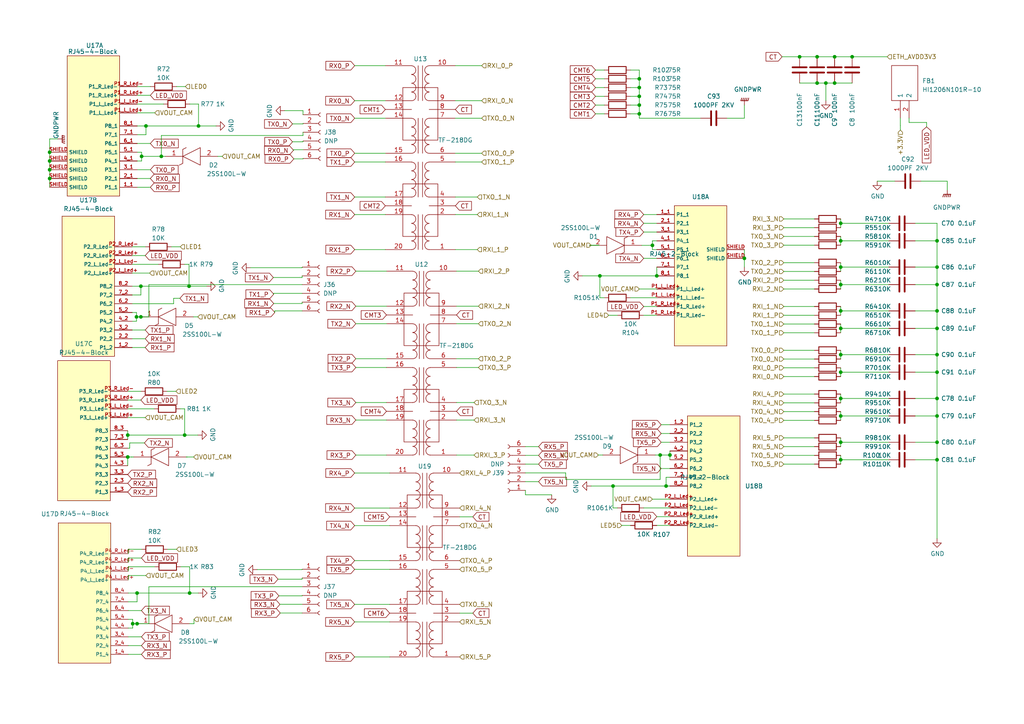
<source format=kicad_sch>
(kicad_sch (version 20231120) (generator "eeschema") (generator_version "7.99")
  (paper "A4")
  (junction (at 243.84 120.65))
  (junction (at 271.78 120.65))
  (junction (at 185.42 33.02))
  (junction (at 185.42 25.4))
  (junction (at 243.84 82.55))
  (junction (at 271.78 102.87))
  (junction (at 37.0498 132.5455))
  (junction (at 271.78 133.35))
  (junction (at 40.8598 83.0155))
  (junction (at 243.84 64.77))
  (junction (at 243.84 77.47))
  (junction (at 57.5777 36.5343))
  (junction (at 271.78 82.55))
  (junction (at 243.84 95.25))
  (junction (at 242.0768 16.4702))
  (junction (at 42.3377 36.5343))
  (junction (at 185.42 30.48))
  (junction (at 40.8598 91.9055))
  (junction (at 194.31 131.9754))
  (junction (at 54.8298 83.0155))
  (junction (at 173.99 80.01))
  (junction (at 242.0768 24.0902))
  (junction (at 243.84 128.27))
  (junction (at 243.84 102.87))
  (junction (at 271.78 107.95))
  (junction (at 39.7562 172.0096))
  (junction (at 190.5 80.01))
  (junction (at 243.84 133.35))
  (junction (at 39.5898 91.9055))
  (junction (at 236.9968 24.0902))
  (junction (at 236.9968 16.4702))
  (junction (at 243.84 107.95))
  (junction (at 247.1568 16.4702))
  (junction (at 14.3977 51.7743))
  (junction (at 177.8 140.97))
  (junction (at 38.4862 180.8996))
  (junction (at 14.3977 49.2343))
  (junction (at 41.0677 45.3524))
  (junction (at 271.78 115.57))
  (junction (at 239.5368 24.0902))
  (junction (at 243.84 90.17))
  (junction (at 271.78 90.17))
  (junction (at 271.78 95.25))
  (junction (at 243.84 115.57))
  (junction (at 46.7953 45.3524))
  (junction (at 14.3977 44.1543))
  (junction (at 53.5598 126.1955))
  (junction (at 271.78 128.27))
  (junction (at 215.9 74.93))
  (junction (at 271.78 77.47))
  (junction (at 39.7562 180.8996))
  (junction (at 14.3977 46.6943))
  (junction (at 189.23 71.1611))
  (junction (at 243.84 69.85))
  (junction (at 54.9962 172.0096))
  (junction (at 271.78 69.85))
  (junction (at 185.42 27.94))
  (junction (at 185.42 22.86))
  (junction (at 193.193 140.97))
  (junction (at 231.9168 16.4702))
  (junction (at 191.4745 131.9754))
  (junction (at 37.0498 126.1955))
  (wire (pts (xy 243.84 90.17) (xy 257.81 90.17)))
  (wire (pts (xy 54.9962 164.3896) (xy 52.4562 164.3896)))
  (wire (pts (xy 236.22 96.52) (xy 227.33 96.52)))
  (wire (pts (xy 38.4862 180.8996) (xy 39.7562 180.8996)))
  (wire (pts (xy 57.5362 172.0096) (xy 54.9962 172.0096)))
  (wire (pts (xy 182.88 152.4) (xy 180.34 152.4)))
  (wire (pts (xy 236.22 129.54) (xy 227.33 129.54)))
  (wire (pts (xy 243.84 64.77) (xy 243.84 66.04)))
  (wire (pts (xy 236.22 101.6) (xy 227.33 101.6)))
  (wire (pts (xy 186.69 91.44) (xy 190.5 91.44)))
  (wire (pts (xy 87.63 77.6486) (xy 87.63 77.47)))
  (wire (pts (xy 102.8589 165.1412) (xy 113.0189 165.1412)))
  (wire (pts (xy 40.8598 83.0155) (xy 38.3198 83.0155)))
  (wire (pts (xy 179.07 91.44) (xy 176.53 91.44)))
  (wire (pts (xy 102.8589 162.6012) (xy 113.0189 162.6012)))
  (wire (pts (xy 243.84 107.95) (xy 257.81 107.95)))
  (wire (pts (xy 138.763 104.0531) (xy 132.413 104.0531)))
  (wire (pts (xy 79.2708 80.4862) (xy 87.63 80.4862)))
  (wire (pts (xy 38.3198 79.2055) (xy 43.3998 79.2055)))
  (wire (pts (xy 243.84 127) (xy 243.84 128.27)))
  (wire (pts (xy 38.7525 132.55) (xy 38.2445 132.55)))
  (wire (pts (xy 243.84 119.38) (xy 243.84 120.65)))
  (wire (pts (xy 236.22 106.68) (xy 227.33 106.68)))
  (wire (pts (xy 43.6077 54.3143) (xy 39.7977 54.3143)))
  (wire (pts (xy 226.8368 16.4702) (xy 231.9168 16.4702)))
  (wire (pts (xy 80.639 167.9883) (xy 87.63 167.9883)))
  (wire (pts (xy 242.0768 24.0902) (xy 247.1568 24.0902)))
  (wire (pts (xy 46.7953 45.3524) (xy 46.7953 39.3006)))
  (wire (pts (xy 84.8393 41.1282) (xy 87.884 41.1282)))
  (wire (pts (xy 39.7562 172.0096) (xy 39.7562 174.5496)))
  (wire (pts (xy 236.22 121.92) (xy 227.33 121.92)))
  (wire (pts (xy 40.8598 91.9055) (xy 43.18 91.9055)))
  (wire (pts (xy 41.0677 44.1543) (xy 41.0677 45.3524)))
  (wire (pts (xy 103.203 116.7531) (xy 112.093 116.7531)))
  (wire (pts (xy 243.84 101.6) (xy 243.84 102.87)))
  (wire (pts (xy 185.42 20.32) (xy 182.88 20.32)))
  (wire (pts (xy 215.9 34.29) (xy 215.9 30.48)))
  (wire (pts (xy 243.84 115.57) (xy 243.84 116.84)))
  (wire (pts (xy 271.78 77.47) (xy 271.78 82.55)))
  (wire (pts (xy 57.5777 30.1843) (xy 55.0377 30.1843)))
  (wire (pts (xy 38.3198 76.6655) (xy 45.9398 76.6655)))
  (wire (pts (xy 54.9962 180.8996) (xy 56.2662 180.8996)))
  (wire (pts (xy 41.0262 161.8496) (xy 37.2162 161.8496)))
  (wire (pts (xy 194.31 131.9754) (xy 194.31 133.35)))
  (wire (pts (xy 265.43 133.35) (xy 271.78 133.35)))
  (wire (pts (xy 74.5789 165.1988) (xy 87.63 165.1988)))
  (wire (pts (xy 139.7 34.29) (xy 132.08 34.29)))
  (wire (pts (xy 190.5 149.86) (xy 194.31 149.86)))
  (wire (pts (xy 152.4 139.7) (xy 156.21 139.7)))
  (wire (pts (xy 16.7685 40.2947) (xy 14.3977 40.2947)))
  (wire (pts (xy 271.78 102.87) (xy 271.78 107.95)))
  (wire (pts (xy 39.7562 180.8996) (xy 43.18 180.8996)))
  (wire (pts (xy 40.8598 116.0355) (xy 37.0498 116.0355)))
  (wire (pts (xy 14.3977 46.6943) (xy 14.3977 49.2343)))
  (wire (pts (xy 37.0498 118.5755) (xy 44.6698 118.5755)))
  (wire (pts (xy 14.3977 44.1543) (xy 14.3977 46.6943)))
  (wire (pts (xy 190.5 77.47) (xy 190.5 80.01)))
  (wire (pts (xy 138.763 78.6531) (xy 132.413 78.6531)))
  (wire (pts (xy 236.22 134.62) (xy 227.33 134.62)))
  (wire (pts (xy 186.69 64.77) (xy 190.5 64.77)))
  (wire (pts (xy 87.63 80.4862) (xy 87.63 80.01)))
  (wire (pts (xy 191.77 128.27) (xy 194.31 128.27)))
  (wire (pts (xy 274.743 55.0829) (xy 274.743 52.5429)))
  (wire (pts (xy 243.84 133.35) (xy 243.84 134.62)))
  (wire (pts (xy 79.3803 88.032) (xy 87.63 88.032)))
  (wire (pts (xy 268.7468 35.5202) (xy 263.6668 35.5202)))
  (wire (pts (xy 261.1399 37.7264) (xy 261.1399 36.4112)))
  (wire (pts (xy 243.84 82.55) (xy 243.84 83.82)))
  (wire (pts (xy 236.22 93.98) (xy 227.33 93.98)))
  (wire (pts (xy 236.22 104.14) (xy 227.33 104.14)))
  (wire (pts (xy 243.84 102.87) (xy 257.81 102.87)))
  (wire (pts (xy 38.2445 132.55) (xy 38.2445 132.5455)))
  (wire (pts (xy 37.0498 126.1955) (xy 53.5598 126.1955)))
  (wire (pts (xy 271.78 69.85) (xy 271.78 77.47)))
  (wire (pts (xy 236.22 76.2) (xy 227.33 76.2)))
  (wire (pts (xy 87.884 41.1282) (xy 87.884 40.894)))
  (wire (pts (xy 42.1298 100.7955) (xy 38.3198 100.7955)))
  (wire (pts (xy 242.0768 16.4702) (xy 247.1568 16.4702)))
  (wire (pts (xy 102.87 29.21) (xy 111.76 29.21)))
  (wire (pts (xy 236.22 71.12) (xy 227.33 71.12)))
  (wire (pts (xy 39.5898 91.9055) (xy 39.5898 93.1755)))
  (wire (pts (xy 172.72 20.32) (xy 175.26 20.32)))
  (wire (pts (xy 103.203 78.6531) (xy 112.093 78.6531)))
  (wire (pts (xy 87.63 175.26) (xy 81.1973 175.26)))
  (wire (pts (xy 54.9962 164.3896) (xy 54.9962 172.0096)))
  (wire (pts (xy 54.2465 132.5455) (xy 56.1634 132.5455)))
  (wire (pts (xy 37.6211 130.0055) (xy 37.0498 130.0055)))
  (wire (pts (xy 84.8393 35.9338) (xy 87.884 35.9338)))
  (wire (pts (xy 79.7049 90.17) (xy 79.7049 90.6292)))
  (wire (pts (xy 41.0262 159.3096) (xy 37.2162 159.3096)))
  (wire (pts (xy 72.6816 77.6486) (xy 87.63 77.6486)))
  (wire (pts (xy 42.1298 74.1255) (xy 38.3198 74.1255)))
  (wire (pts (xy 85.2241 46.0821) (xy 87.884 46.0821)))
  (wire (pts (xy 236.22 127) (xy 227.33 127)))
  (wire (pts (xy 172.72 33.02) (xy 175.26 33.02)))
  (wire (pts (xy 139.7 46.99) (xy 132.08 46.99)))
  (wire (pts (xy 186.69 88.9) (xy 190.5 88.9)))
  (wire (pts (xy 46.7953 45.3524) (xy 47.9339 45.3524)))
  (wire (pts (xy 57.3698 126.1955) (xy 53.5598 126.1955)))
  (wire (pts (xy 137.1489 177.8412) (xy 133.3389 177.8412)))
  (wire (pts (xy 236.22 132.08) (xy 227.33 132.08)))
  (wire (pts (xy 231.9168 16.4702) (xy 236.9968 16.4702)))
  (wire (pts (xy 191.4745 131.9754) (xy 191.4745 139.0615)))
  (wire (pts (xy 87.63 165.1988) (xy 87.63 165.1)))
  (wire (pts (xy 271.78 133.35) (xy 271.78 128.27)))
  (wire (pts (xy 172.72 30.48) (xy 175.26 30.48)))
  (wire (pts (xy 189.23 69.85) (xy 190.5 69.85)))
  (wire (pts (xy 39.7562 174.5496) (xy 37.2162 174.5496)))
  (wire (pts (xy 271.78 120.65) (xy 271.78 115.57)))
  (wire (pts (xy 43.6077 49.2343) (xy 39.7977 49.2343)))
  (wire (pts (xy 271.78 102.87) (xy 265.43 102.87)))
  (wire (pts (xy 63.1739 45.3524) (xy 64.4439 45.3524)))
  (wire (pts (xy 87.63 85.09) (xy 79.3803 85.09)))
  (wire (pts (xy 87.63 90.17) (xy 79.7049 90.17)))
  (wire (pts (xy 102.87 62.23) (xy 111.76 62.23)))
  (wire (pts (xy 239.5368 24.0902) (xy 242.0768 24.0902)))
  (wire (pts (xy 43.18 91.9055) (xy 43.18 82.55)))
  (wire (pts (xy 271.78 120.65) (xy 265.43 120.65)))
  (wire (pts (xy 174.8078 131.9754) (xy 173.5378 131.9754)))
  (wire (pts (xy 243.84 63.5) (xy 243.84 64.77)))
  (wire (pts (xy 42.1298 98.2555) (xy 38.3198 98.2555)))
  (wire (pts (xy 138.43 62.23) (xy 132.08 62.23)))
  (wire (pts (xy 173.99 86.36) (xy 175.26 86.36)))
  (wire (pts (xy 243.84 69.85) (xy 257.81 69.85)))
  (wire (pts (xy 103.203 121.8331) (xy 112.093 121.8331)))
  (wire (pts (xy 193.193 138.43) (xy 193.193 140.97)))
  (wire (pts (xy 185.42 34.29) (xy 185.42 33.02)))
  (wire (pts (xy 137.493 131.9931) (xy 132.413 131.9931)))
  (wire (pts (xy 37.2162 161.8496) (xy 37.2162 163.1196)))
  (wire (pts (xy 42.1298 95.7155) (xy 38.3198 95.7155)))
  (wire (pts (xy 54.8298 76.6655) (xy 53.5598 76.6655)))
  (wire (pts (xy 56.2662 180.8996) (xy 56.2662 179.6296)))
  (wire (pts (xy 42.1298 71.5855) (xy 38.3198 71.5855)))
  (wire (pts (xy 39.5898 93.1755) (xy 38.3198 93.1755)))
  (wire (pts (xy 46.7953 39.3006) (xy 87.884 39.3006)))
  (wire (pts (xy 54.2465 132.55) (xy 54.2465 132.5455)))
  (wire (pts (xy 52.1843 86.523) (xy 50.3543 86.523)))
  (wire (pts (xy 43.6077 25.1043) (xy 39.7977 25.1043)))
  (wire (pts (xy 243.84 77.47) (xy 257.81 77.47)))
  (wire (pts (xy 40.8598 83.0155) (xy 40.8598 85.5555)))
  (wire (pts (xy 194.31 147.32) (xy 186.69 147.32)))
  (wire (pts (xy 271.78 64.77) (xy 265.43 64.77)))
  (wire (pts (xy 40.8598 85.5555) (xy 38.3198 85.5555)))
  (wire (pts (xy 271.78 107.95) (xy 265.43 107.95)))
  (wire (pts (xy 50.3543 88.0955) (xy 38.3198 88.0955)))
  (wire (pts (xy 243.84 81.28) (xy 243.84 82.55)))
  (wire (pts (xy 194.31 138.43) (xy 193.193 138.43)))
  (wire (pts (xy 43.18 170.18) (xy 87.63 170.18)))
  (wire (pts (xy 53.5598 118.5755) (xy 52.2898 118.5755)))
  (wire (pts (xy 49.7498 71.5855) (xy 52.2898 71.5855)))
  (wire (pts (xy 42.3377 36.5343) (xy 39.7977 36.5343)))
  (wire (pts (xy 243.84 64.77) (xy 257.81 64.77)))
  (wire (pts (xy 81.1973 175.26) (xy 81.1973 175.2901)))
  (wire (pts (xy 185.42 22.86) (xy 182.88 22.86)))
  (wire (pts (xy 102.87 46.99) (xy 111.76 46.99)))
  (wire (pts (xy 271.78 82.55) (xy 265.43 82.55)))
  (wire (pts (xy 236.22 116.84) (xy 227.33 116.84)))
  (wire (pts (xy 152.4 129.54) (xy 156.21 129.54)))
  (wire (pts (xy 38.4862 180.8996) (xy 38.4862 182.1696)))
  (wire (pts (xy 87.884 39.3006) (xy 87.884 38.354)))
  (wire (pts (xy 102.8589 147.3612) (xy 113.0189 147.3612)))
  (wire (pts (xy 236.22 78.74) (xy 227.33 78.74)))
  (wire (pts (xy 41.0677 46.6943) (xy 39.7977 46.6943)))
  (wire (pts (xy 271.78 95.25) (xy 271.78 102.87)))
  (wire (pts (xy 42.3377 39.0743) (xy 39.7977 39.0743)))
  (wire (pts (xy 271.78 90.17) (xy 265.43 90.17)))
  (wire (pts (xy 137.1489 149.9012) (xy 133.3389 149.9012)))
  (wire (pts (xy 194.31 130.81) (xy 194.31 131.9754)))
  (wire (pts (xy 194.31 144.78) (xy 189.23 144.78)))
  (wire (pts (xy 243.84 128.27) (xy 243.84 129.54)))
  (wire (pts (xy 168.91 80.01) (xy 173.99 80.01)))
  (wire (pts (xy 53.9925 132.55) (xy 54.2465 132.55)))
  (wire (pts (xy 41.888 128.4713) (xy 37.6211 128.4713)))
  (wire (pts (xy 243.84 120.65) (xy 257.81 120.65)))
  (wire (pts (xy 191.77 125.73) (xy 194.31 125.73)))
  (wire (pts (xy 271.78 156.21) (xy 271.78 133.35)))
  (wire (pts (xy 37.0498 124.9255) (xy 37.0498 126.1955)))
  (wire (pts (xy 185.42 27.94) (xy 182.88 27.94)))
  (wire (pts (xy 87.63 172.819) (xy 87.63 172.72)))
  (wire (pts (xy 87.63 167.9883) (xy 87.63 167.64)))
  (wire (pts (xy 271.78 95.25) (xy 265.43 95.25)))
  (wire (pts (xy 14.3977 51.7743) (xy 14.3977 54.3143)))
  (wire (pts (xy 39.7977 30.1843) (xy 47.4177 30.1843)))
  (wire (pts (xy 236.22 119.38) (xy 227.33 119.38)))
  (wire (pts (xy 190.5 80.01) (xy 173.99 80.01)))
  (wire (pts (xy 185.42 25.4) (xy 185.42 27.94)))
  (wire (pts (xy 257.3168 16.4702) (xy 247.1568 16.4702)))
  (wire (pts (xy 37.2162 179.6296) (xy 38.4862 179.6296)))
  (wire (pts (xy 103.203 106.5931) (xy 112.093 106.5931)))
  (wire (pts (xy 236.9968 16.4702) (xy 242.0768 16.4702)))
  (wire (pts (xy 138.763 93.8931) (xy 132.413 93.8931)))
  (wire (pts (xy 271.78 69.85) (xy 265.43 69.85)))
  (wire (pts (xy 102.8589 180.3812) (xy 113.0189 180.3812)))
  (wire (pts (xy 37.2162 166.9296) (xy 37.2162 168.1996)))
  (wire (pts (xy 37.0498 132.5455) (xy 37.0498 135.0855)))
  (wire (pts (xy 191.4745 139.0615) (xy 164.0724 139.0615)))
  (wire (pts (xy 139.7 44.45) (xy 132.08 44.45)))
  (wire (pts (xy 172.72 27.94) (xy 175.26 27.94)))
  (wire (pts (xy 243.84 132.08) (xy 243.84 133.35)))
  (wire (pts (xy 81.28 177.8) (xy 87.63 177.8)))
  (wire (pts (xy 271.78 77.47) (xy 265.43 77.47)))
  (wire (pts (xy 190.5 86.36) (xy 182.88 86.36)))
  (wire (pts (xy 152.4 132.08) (xy 156.21 132.08)))
  (wire (pts (xy 191.77 135.89) (xy 194.31 135.89)))
  (wire (pts (xy 243.84 77.47) (xy 243.84 78.74)))
  (wire (pts (xy 37.6211 128.4713) (xy 37.6211 130.0055)))
  (wire (pts (xy 243.84 120.65) (xy 243.84 121.92)))
  (wire (pts (xy 186.69 67.31) (xy 190.5 67.31)))
  (wire (pts (xy 80.8923 172.819) (xy 87.63 172.819)))
  (wire (pts (xy 50.3543 86.523) (xy 50.3543 88.0955)))
  (wire (pts (xy 137.493 116.7531) (xy 132.413 116.7531)))
  (wire (pts (xy 48.6462 159.3096) (xy 51.1862 159.3096)))
  (wire (pts (xy 185.42 20.32) (xy 185.42 22.86)))
  (wire (pts (xy 37.2162 164.3896) (xy 44.8362 164.3896)))
  (wire (pts (xy 185.42 33.02) (xy 182.88 33.02)))
  (wire (pts (xy 193.193 140.97) (xy 177.8 140.97)))
  (wire (pts (xy 177.8 147.32) (xy 177.8 140.97)))
  (wire (pts (xy 194.31 140.97) (xy 193.193 140.97)))
  (wire (pts (xy 139.7 19.05) (xy 132.08 19.05)))
  (wire (pts (xy 243.84 95.25) (xy 243.84 96.52)))
  (wire (pts (xy 185.42 30.48) (xy 185.42 27.94)))
  (wire (pts (xy 261.1399 36.4112) (xy 261.1268 36.4112)))
  (wire (pts (xy 189.23 72.39) (xy 189.23 71.1611)))
  (wire (pts (xy 39.7562 172.0096) (xy 37.2162 172.0096)))
  (wire (pts (xy 57.5777 30.1843) (xy 57.5777 36.5343)))
  (wire (pts (xy 263.6668 35.5202) (xy 263.6668 34.2502)))
  (wire (pts (xy 186.69 62.23) (xy 190.5 62.23)))
  (wire (pts (xy 43.6077 41.6143) (xy 39.7977 41.6143)))
  (wire (pts (xy 243.84 106.68) (xy 243.84 107.95)))
  (wire (pts (xy 37.2162 164.3896) (xy 37.2162 165.6596)))
  (wire (pts (xy 152.4 134.62) (xy 156.21 134.62)))
  (wire (pts (xy 39.5898 91.9055) (xy 40.8598 91.9055)))
  (wire (pts (xy 236.22 68.58) (xy 227.33 68.58)))
  (wire (pts (xy 37.2162 166.9296) (xy 42.2962 166.9296)))
  (wire (pts (xy 261.1268 36.4112) (xy 261.1268 34.2502)))
  (wire (pts (xy 271.78 64.77) (xy 271.78 69.85)))
  (wire (pts (xy 236.22 88.9) (xy 227.33 88.9)))
  (wire (pts (xy 236.22 114.3) (xy 227.33 114.3)))
  (wire (pts (xy 171.45 140.97) (xy 177.8 140.97)))
  (wire (pts (xy 271.78 115.57) (xy 265.43 115.57)))
  (wire (pts (xy 173.99 86.36) (xy 173.99 80.01)))
  (wire (pts (xy 236.22 63.5) (xy 227.33 63.5)))
  (wire (pts (xy 102.87 44.45) (xy 111.76 44.45)))
  (wire (pts (xy 48.4798 113.4955) (xy 51.0198 113.4955)))
  (wire (pts (xy 102.8589 175.3012) (xy 113.0189 175.3012)))
  (wire (pts (xy 189.23 69.85) (xy 189.23 71.1611)))
  (wire (pts (xy 56.0998 91.9055) (xy 57.3698 91.9055)))
  (wire (pts (xy 38.4862 179.6296) (xy 38.4862 180.8996)))
  (wire (pts (xy 138.763 106.5931) (xy 132.413 106.5931)))
  (wire (pts (xy 57.5777 36.5343) (xy 42.3377 36.5343)))
  (wire (pts (xy 243.84 102.87) (xy 243.84 104.14)))
  (wire (pts (xy 236.22 66.04) (xy 227.33 66.04)))
  (wire (pts (xy 37.0498 132.5455) (xy 38.2445 132.5455)))
  (wire (pts (xy 54.8298 83.0155) (xy 59.9098 83.0155)))
  (wire (pts (xy 103.203 131.9931) (xy 112.093 131.9931)))
  (wire (pts (xy 82.5788 32.0861) (xy 87.884 32.0861)))
  (wire (pts (xy 139.7 29.21) (xy 132.08 29.21)))
  (wire (pts (xy 170.9011 71.1611) (xy 173.736 71.1611)))
  (wire (pts (xy 87.63 88.032) (xy 87.63 87.63)))
  (wire (pts (xy 102.87 34.29) (xy 111.76 34.29)))
  (wire (pts (xy 190.0478 131.9754) (xy 191.4745 131.9754)))
  (wire (pts (xy 236.22 109.22) (xy 227.33 109.22)))
  (wire (pts (xy 172.72 22.86) (xy 175.26 22.86)))
  (wire (pts (xy 186.69 74.93) (xy 190.5 74.93)))
  (wire (pts (xy 271.78 90.17) (xy 271.78 95.25)))
  (wire (pts (xy 37.2162 159.3096) (xy 37.2162 160.5796)))
  (wire (pts (xy 41.0677 45.3524) (xy 41.0677 46.6943)))
  (wire (pts (xy 236.22 81.28) (xy 227.33 81.28)))
  (wire (pts (xy 137.493 121.8331) (xy 132.413 121.8331)))
  (wire (pts (xy 271.78 115.57) (xy 271.78 107.95)))
  (wire (pts (xy 185.42 25.4) (xy 182.88 25.4)))
  (wire (pts (xy 236.9968 24.0902) (xy 231.9168 24.0902)))
  (wire (pts (xy 173.736 71.12) (xy 171.45 71.12)))
  (wire (pts (xy 43.6077 27.6443) (xy 39.7977 27.6443)))
  (wire (pts (xy 40.8598 83.0155) (xy 54.8298 83.0155)))
  (wire (pts (xy 38.3198 90.6355) (xy 39.5898 90.6355)))
  (wire (pts (xy 185.42 34.29) (xy 203.2 34.29)))
  (wire (pts (xy 190.5 83.82) (xy 185.42 83.82)))
  (wire (pts (xy 51.2277 25.1043) (xy 53.7677 25.1043)))
  (wire (pts (xy 215.9 72.39) (xy 215.9 74.93)))
  (wire (pts (xy 215.9 74.93) (xy 215.9 77.47)))
  (wire (pts (xy 190.5 152.4) (xy 194.31 152.4)))
  (wire (pts (xy 185.42 22.86) (xy 185.42 25.4)))
  (wire (pts (xy 102.8589 152.4412) (xy 113.0189 152.4412)))
  (wire (pts (xy 243.84 115.57) (xy 257.81 115.57)))
  (wire (pts (xy 236.22 83.82) (xy 227.33 83.82)))
  (wire (pts (xy 243.84 128.27) (xy 257.81 128.27)))
  (wire (pts (xy 138.43 72.39) (xy 132.08 72.39)))
  (wire (pts (xy 243.84 114.3) (xy 243.84 115.57)))
  (wire (pts (xy 160.02 143.51) (xy 152.4 143.51)))
  (wire (pts (xy 103.203 93.8931) (xy 112.093 93.8931)))
  (wire (pts (xy 39.7977 44.1543) (xy 41.0677 44.1543)))
  (wire (pts (xy 243.84 90.17) (xy 243.84 91.44)))
  (wire (pts (xy 87.884 35.9338) (xy 87.884 35.814)))
  (wire (pts (xy 243.84 88.9) (xy 243.84 90.17)))
  (wire (pts (xy 102.8589 137.2012) (xy 113.0189 137.2012)))
  (wire (pts (xy 243.84 133.35) (xy 257.81 133.35)))
  (wire (pts (xy 243.84 68.58) (xy 243.84 69.85)))
  (wire (pts (xy 37.0498 121.1155) (xy 42.1298 121.1155)))
  (wire (pts (xy 164.0724 137.16) (xy 152.4 137.16)))
  (wire (pts (xy 243.84 69.85) (xy 243.84 71.12)))
  (wire (pts (xy 186.1411 71.1611) (xy 189.23 71.1611)))
  (wire (pts (xy 102.87 57.15) (xy 111.76 57.15)))
  (wire (pts (xy 43.18 82.55) (xy 87.63 82.55)))
  (wire (pts (xy 14.3977 40.2947) (xy 14.3977 44.1543)))
  (wire (pts (xy 41.0262 177.0896) (xy 37.2162 177.0896)))
  (wire (pts (xy 39.7562 172.0096) (xy 54.9962 172.0096)))
  (wire (pts (xy 243.84 93.98) (xy 243.84 95.25)))
  (wire (pts (xy 164.0724 139.0615) (xy 164.0724 137.16)))
  (wire (pts (xy 215.9 34.29) (xy 210.82 34.29)))
  (wire (pts (xy 79.3803 85.09) (xy 79.3803 85.3266)))
  (wire (pts (xy 152.4 143.51) (xy 152.4 142.24)))
  (wire (pts (xy 87.884 43.434) (xy 85.1279 43.434)))
  (wire (pts (xy 173.736 71.1611) (xy 173.736 71.12)))
  (wire (pts (xy 243.84 82.55) (xy 257.81 82.55)))
  (wire (pts (xy 243.84 95.25) (xy 257.81 95.25)))
  (wire (pts (xy 243.84 76.2) (xy 243.84 77.47)))
  (wire (pts (xy 38.4862 182.1696) (xy 37.2162 182.1696)))
  (wire (pts (xy 102.87 72.39) (xy 111.76 72.39)))
  (wire (pts (xy 236.9968 24.0902) (xy 239.5368 24.0902)))
  (wire (pts (xy 265.43 128.27) (xy 271.78 128.27)))
  (wire (pts (xy 41.0262 189.7896) (xy 37.2162 189.7896)))
  (wire (pts (xy 236.22 91.44) (xy 227.33 91.44)))
  (wire (pts (xy 102.8589 190.5412) (xy 113.0189 190.5412)))
  (wire (pts (xy 39.5898 90.6355) (xy 39.5898 91.9055)))
  (wire (pts (xy 37.0498 126.1955) (xy 37.0498 127.4655)))
  (wire (pts (xy 138.763 88.8131) (xy 132.413 88.8131)))
  (wire (pts (xy 40.8598 113.4955) (xy 37.0498 113.4955)))
  (wire (pts (xy 14.3977 49.2343) (xy 14.3977 51.7743)))
  (wire (pts (xy 177.8 147.32) (xy 179.07 147.32)))
  (wire (pts (xy 185.42 30.48) (xy 182.88 30.48)))
  (wire (pts (xy 190.5 72.39) (xy 189.23 72.39)))
  (wire (pts (xy 243.84 107.95) (xy 243.84 109.22)))
  (wire (pts (xy 103.203 104.0531) (xy 112.093 104.0531)))
  (wire (pts (xy 172.72 25.4) (xy 175.26 25.4)))
  (wire (pts (xy 268.7468 36.7902) (xy 268.7468 35.5202)))
  (wire (pts (xy 41.0262 184.7096) (xy 37.2162 184.7096)))
  (wire (pts (xy 42.3377 36.5343) (xy 42.3377 39.0743)))
  (wire (pts (xy 54.8298 76.6655) (xy 54.8298 83.0155)))
  (wire (pts (xy 274.743 52.5429) (xy 267.123 52.5429)))
  (wire (pts (xy 191.4745 131.9754) (xy 194.31 131.9754)))
  (wire (pts (xy 87.884 32.0861) (xy 87.884 33.274)))
  (wire (pts (xy 102.87 19.05) (xy 111.76 19.05)))
  (wire (pts (xy 271.78 128.27) (xy 271.78 120.65)))
  (wire (pts (xy 85.1279 43.434) (xy 85.1279 43.5811)))
  (wire (pts (xy 41.0262 187.2496) (xy 37.2162 187.2496)))
  (wire (pts (xy 87.884 46.0821) (xy 87.884 45.974)))
  (wire (pts (xy 103.203 88.8131) (xy 112.093 88.8131)))
  (wire (pts (xy 41.0677 45.3524) (xy 46.7953 45.3524)))
  (wire (pts (xy 254.423 52.5429) (xy 259.503 52.5429)))
  (wire (pts (xy 43.6077 51.7743) (xy 39.7977 51.7743)))
  (wire (pts (xy 239.5368 29.1702) (xy 239.5368 24.0902)))
  (wire (pts (xy 271.78 82.55) (xy 271.78 90.17)))
  (wire (pts (xy 43.18 180.8996) (xy 43.18 170.18)))
  (wire (pts (xy 191.77 123.19) (xy 194.31 123.19)))
  (wire (pts (xy 39.7977 32.7243) (xy 44.8777 32.7243)))
  (wire (pts (xy 62.6577 36.5343) (xy 57.5777 36.5343)))
  (wire (pts (xy 138.43 57.15) (xy 132.08 57.15)))
  (wire (pts (xy 185.42 30.48) (xy 185.42 33.02)))
  (wire (pts (xy 53.5598 118.5755) (xy 53.5598 126.1955)))
  (global_label "RX2_P" (shape input) (at 37.0498 142.7055 0) (property "Intersheetrefs" "${INTERSHEET_REFS}" (effects (hide yes))))
  (global_label "LED_VDD" (shape input) (at 190.5 149.86 180) (property "Intersheetrefs" "${INTERSHEET_REFS}" (effects (hide yes))))
  (global_label "TX2_N" (shape input) (at 103.203 93.8931 180) (property "Intersheetrefs" "${INTERSHEET_REFS}" (effects (hide yes))))
  (global_label "RX5_N" (shape input) (at 191.77 125.73 180) (property "Intersheetrefs" "${INTERSHEET_REFS}" (effects (hide yes))))
  (global_label "LED_VDD" (shape input) (at 43.6077 27.6443 0) (property "Intersheetrefs" "${INTERSHEET_REFS}" (effects (hide yes))))
  (global_label "RX4_N" (shape input) (at 186.69 64.77 180) (property "Intersheetrefs" "${INTERSHEET_REFS}" (effects (hide yes))))
  (global_label "RX3_P" (shape input) (at 81.28 177.8 180) (property "Intersheetrefs" "${INTERSHEET_REFS}" (effects (hide yes))))
  (global_label "TX3_N" (shape input) (at 41.0262 177.0896 0) (property "Intersheetrefs" "${INTERSHEET_REFS}" (effects (hide yes))))
  (global_label "TX1_P" (shape input) (at 79.3803 85.3266 180) (property "Intersheetrefs" "${INTERSHEET_REFS}" (effects (hide yes))))
  (global_label "CMT5" (shape input) (at 113.0189 149.9012 180) (property "Intersheetrefs" "${INTERSHEET_REFS}" (effects (hide yes))))
  (global_label "CT" (shape input) (at 137.1489 177.8412 0) (property "Intersheetrefs" "${INTERSHEET_REFS}" (effects (hide yes))))
  (global_label "RX5_N" (shape input) (at 102.8589 180.3812 180) (property "Intersheetrefs" "${INTERSHEET_REFS}" (effects (hide yes))))
  (global_label "TX0_N" (shape input) (at 43.6077 41.6143 0) (property "Intersheetrefs" "${INTERSHEET_REFS}" (effects (hide yes))))
  (global_label "CMT5" (shape input) (at 172.72 22.86 180) (property "Intersheetrefs" "${INTERSHEET_REFS}" (effects (hide yes))))
  (global_label "TX5_N" (shape input) (at 191.77 135.89 180) (property "Intersheetrefs" "${INTERSHEET_REFS}" (effects (hide yes))))
  (global_label "CT" (shape input) (at 132.08 59.69 0) (property "Intersheetrefs" "${INTERSHEET_REFS}" (effects (hide yes))))
  (global_label "TX5_P" (shape input) (at 156.21 134.62 0) (property "Intersheetrefs" "${INTERSHEET_REFS}" (effects (hide yes))))
  (global_label "RX0_N" (shape input) (at 102.87 29.21 180) (property "Intersheetrefs" "${INTERSHEET_REFS}" (effects (hide yes))))
  (global_label "TX1_N" (shape input) (at 52.1843 86.523 0) (property "Intersheetrefs" "${INTERSHEET_REFS}" (effects (hide yes))))
  (global_label "CMT3" (shape input) (at 112.093 91.3531 180) (property "Intersheetrefs" "${INTERSHEET_REFS}" (effects (hide yes))))
  (global_label "RX3_N" (shape input) (at 81.1973 175.2901 180) (property "Intersheetrefs" "${INTERSHEET_REFS}" (effects (hide yes))))
  (global_label "TX0_P" (shape input) (at 84.8393 41.1282 180) (property "Intersheetrefs" "${INTERSHEET_REFS}" (effects (hide yes))))
  (global_label "LED_VDD" (shape input) (at 42.1298 74.1255 0) (property "Intersheetrefs" "${INTERSHEET_REFS}" (effects (hide yes))))
  (global_label "TX1_P" (shape input) (at 42.1298 95.7155 0) (property "Intersheetrefs" "${INTERSHEET_REFS}" (effects (hide yes))))
  (global_label "RX5_N" (shape input) (at 156.21 132.08 0) (property "Intersheetrefs" "${INTERSHEET_REFS}" (effects (hide yes))))
  (global_label "TX3_P" (shape input) (at 80.8923 172.819 180) (property "Intersheetrefs" "${INTERSHEET_REFS}" (effects (hide yes))))
  (global_label "LED_VDD" (shape input) (at 268.7468 36.7902 270) (property "Intersheetrefs" "${INTERSHEET_REFS}" (effects (hide yes))))
  (global_label "RX2_N" (shape input) (at 103.203 88.8131 180) (property "Intersheetrefs" "${INTERSHEET_REFS}" (effects (hide yes))))
  (global_label "TX5_P" (shape input) (at 191.77 128.27 180) (property "Intersheetrefs" "${INTERSHEET_REFS}" (effects (hide yes))))
  (global_label "TX5_N" (shape input) (at 102.8589 175.3012 180) (property "Intersheetrefs" "${INTERSHEET_REFS}" (effects (hide yes))))
  (global_label "CT" (shape input) (at 137.1489 149.9012 0) (property "Intersheetrefs" "${INTERSHEET_REFS}" (effects (hide yes))))
  (global_label "TX3_N" (shape input) (at 80.639 167.9883 180) (property "Intersheetrefs" "${INTERSHEET_REFS}" (effects (hide yes))))
  (global_label "RX4_P" (shape input) (at 102.8589 137.2012 180) (property "Intersheetrefs" "${INTERSHEET_REFS}" (effects (hide yes))))
  (global_label "RX2_N" (shape input) (at 37.0498 140.1655 0) (property "Intersheetrefs" "${INTERSHEET_REFS}" (effects (hide yes))))
  (global_label "TX0_P" (shape input) (at 102.87 44.45 180) (property "Intersheetrefs" "${INTERSHEET_REFS}" (effects (hide yes))))
  (global_label "RX0_N" (shape input) (at 85.1279 43.5811 180) (property "Intersheetrefs" "${INTERSHEET_REFS}" (effects (hide yes))))
  (global_label "LED_VDD" (shape input) (at 186.69 88.9 180) (property "Intersheetrefs" "${INTERSHEET_REFS}" (effects (hide yes))))
  (global_label "TX5_P" (shape input) (at 102.8589 165.1412 180) (property "Intersheetrefs" "${INTERSHEET_REFS}" (effects (hide yes))))
  (global_label "RX0_P" (shape input) (at 85.2241 46.0821 180) (property "Intersheetrefs" "${INTERSHEET_REFS}" (effects (hide yes))))
  (global_label "RX3_N" (shape input) (at 103.203 121.8331 180) (property "Intersheetrefs" "${INTERSHEET_REFS}" (effects (hide yes))))
  (global_label "LED_VDD" (shape input) (at 41.0262 161.8496 0) (property "Intersheetrefs" "${INTERSHEET_REFS}" (effects (hide yes))))
  (global_label "CT" (shape input) (at 132.413 91.3531 0) (property "Intersheetrefs" "${INTERSHEET_REFS}" (effects (hide yes))))
  (global_label "TX4_N" (shape input) (at 102.8589 152.4412 180) (property "Intersheetrefs" "${INTERSHEET_REFS}" (effects (hide yes))))
  (global_label "TX4_P" (shape input) (at 186.69 67.31 180) (property "Intersheetrefs" "${INTERSHEET_REFS}" (effects (hide yes))))
  (global_label "RX2_P" (shape input) (at 103.203 78.6531 180) (property "Intersheetrefs" "${INTERSHEET_REFS}" (effects (hide yes))))
  (global_label "TX2_P" (shape input) (at 103.203 104.0531 180) (property "Intersheetrefs" "${INTERSHEET_REFS}" (effects (hide yes))))
  (global_label "TX1_P" (shape input) (at 102.87 46.99 180) (property "Intersheetrefs" "${INTERSHEET_REFS}" (effects (hide yes))))
  (global_label "RX0_N" (shape input) (at 43.6077 51.7743 0) (property "Intersheetrefs" "${INTERSHEET_REFS}" (effects (hide yes))))
  (global_label "TX2_P" (shape input) (at 37.0498 137.6255 0) (property "Intersheetrefs" "${INTERSHEET_REFS}" (effects (hide yes))))
  (global_label "RX4_P" (shape input) (at 186.69 62.23 180) (property "Intersheetrefs" "${INTERSHEET_REFS}" (effects (hide yes))))
  (global_label "RX3_P" (shape input) (at 41.0262 189.7896 0) (property "Intersheetrefs" "${INTERSHEET_REFS}" (effects (hide yes))))
  (global_label "CT" (shape input) (at 132.08 31.75 0) (property "Intersheetrefs" "${INTERSHEET_REFS}" (effects (hide yes))))
  (global_label "CT" (shape input) (at 132.413 119.2931 0) (property "Intersheetrefs" "${INTERSHEET_REFS}" (effects (hide yes))))
  (global_label "TX0_N" (shape input) (at 84.8393 35.9338 180) (property "Intersheetrefs" "${INTERSHEET_REFS}" (effects (hide yes))))
  (global_label "RX1_N" (shape input) (at 42.1298 98.2555 0) (property "Intersheetrefs" "${INTERSHEET_REFS}" (effects (hide yes))))
  (global_label "TX3_N" (shape input) (at 103.203 116.7531 180) (property "Intersheetrefs" "${INTERSHEET_REFS}" (effects (hide yes))))
  (global_label "TX3_P" (shape input) (at 103.203 106.5931 180) (property "Intersheetrefs" "${INTERSHEET_REFS}" (effects (hide yes))))
  (global_label "TX1_N" (shape input) (at 102.87 57.15 180) (property "Intersheetrefs" "${INTERSHEET_REFS}" (effects (hide yes))))
  (global_label "TX0_N" (shape input) (at 102.87 34.29 180) (property "Intersheetrefs" "${INTERSHEET_REFS}" (effects (hide yes))))
  (global_label "CMT4" (shape input) (at 112.093 119.2931 180) (property "Intersheetrefs" "${INTERSHEET_REFS}" (effects (hide yes))))
  (global_label "TX0_P" (shape input) (at 43.6077 49.2343 0) (property "Intersheetrefs" "${INTERSHEET_REFS}" (effects (hide yes))))
  (global_label "CMT6" (shape input) (at 113.0189 177.8412 180) (property "Intersheetrefs" "${INTERSHEET_REFS}" (effects (hide yes))))
  (global_label "LED_VDD" (shape input) (at 40.8598 116.0355 0) (property "Intersheetrefs" "${INTERSHEET_REFS}" (effects (hide yes))))
  (global_label "RX5_P" (shape input) (at 156.21 129.54 0) (property "Intersheetrefs" "${INTERSHEET_REFS}" (effects (hide yes))))
  (global_label "RX5_P" (shape input) (at 102.8589 190.5412 180) (property "Intersheetrefs" "${INTERSHEET_REFS}" (effects (hide yes))))
  (global_label "TX2_N" (shape input) (at 41.888 128.4713 0) (property "Intersheetrefs" "${INTERSHEET_REFS}" (effects (hide yes))))
  (global_label "RX1_P" (shape input) (at 79.7049 90.6292 180) (property "Intersheetrefs" "${INTERSHEET_REFS}" (effects (hide yes))))
  (global_label "RX3_N" (shape input) (at 41.0262 187.2496 0) (property "Intersheetrefs" "${INTERSHEET_REFS}" (effects (hide yes))))
  (global_label "TX1_N" (shape input) (at 79.2708 80.4862 180) (property "Intersheetrefs" "${INTERSHEET_REFS}" (effects (hide yes))))
  (global_label "RX3_P" (shape input) (at 103.203 131.9931 180) (property "Intersheetrefs" "${INTERSHEET_REFS}" (effects (hide yes))))
  (global_label "RX0_P" (shape input) (at 102.87 19.05 180) (property "Intersheetrefs" "${INTERSHEET_REFS}" (effects (hide yes))))
  (global_label "RX1_N" (shape input) (at 79.3803 88.032 180) (property "Intersheetrefs" "${INTERSHEET_REFS}" (effects (hide yes))))
  (global_label "TX5_N" (shape input) (at 156.21 139.7 0) (property "Intersheetrefs" "${INTERSHEET_REFS}" (effects (hide yes))))
  (global_label "CT" (shape input) (at 226.8368 16.4702 180) (property "Intersheetrefs" "${INTERSHEET_REFS}" (effects (hide yes))))
  (global_label "CMT2" (shape input) (at 111.76 59.69 180) (property "Intersheetrefs" "${INTERSHEET_REFS}" (effects (hide yes))))
  (global_label "CMT1" (shape input) (at 172.72 33.02 180) (property "Intersheetrefs" "${INTERSHEET_REFS}" (effects (hide yes))))
  (global_label "RX4_N" (shape input) (at 102.8589 147.3612 180) (property "Intersheetrefs" "${INTERSHEET_REFS}" (effects (hide yes))))
  (global_label "TX4_P" (shape input) (at 102.8589 162.6012 180) (property "Intersheetrefs" "${INTERSHEET_REFS}" (effects (hide yes))))
  (global_label "CMT1" (shape input) (at 111.76 31.75 180) (property "Intersheetrefs" "${INTERSHEET_REFS}" (effects (hide yes))))
  (global_label "TX4_N" (shape input) (at 186.69 74.93 180) (property "Intersheetrefs" "${INTERSHEET_REFS}" (effects (hide yes))))
  (global_label "CMT3" (shape input) (at 172.72 27.94 180) (property "Intersheetrefs" "${INTERSHEET_REFS}" (effects (hide yes))))
  (global_label "RX1_P" (shape input) (at 42.1298 100.7955 0) (property "Intersheetrefs" "${INTERSHEET_REFS}" (effects (hide yes))))
  (global_label "CMT2" (shape input) (at 172.72 30.48 180) (property "Intersheetrefs" "${INTERSHEET_REFS}" (effects (hide yes))))
  (global_label "RX0_P" (shape input) (at 43.6077 54.3143 0) (property "Intersheetrefs" "${INTERSHEET_REFS}" (effects (hide yes))))
  (global_label "TX3_P" (shape input) (at 41.0262 184.7096 0) (property "Intersheetrefs" "${INTERSHEET_REFS}" (effects (hide yes))))
  (global_label "RX5_P" (shape input) (at 191.77 123.19 180) (property "Intersheetrefs" "${INTERSHEET_REFS}" (effects (hide yes))))
  (global_label "CMT6" (shape input) (at 172.72 20.32 180) (property "Intersheetrefs" "${INTERSHEET_REFS}" (effects (hide yes))))
  (global_label "RX1_P" (shape input) (at 102.87 72.39 180) (property "Intersheetrefs" "${INTERSHEET_REFS}" (effects (hide yes))))
  (global_label "CMT4" (shape input) (at 172.72 25.4 180) (property "Intersheetrefs" "${INTERSHEET_REFS}" (effects (hide yes))))
  (global_label "RX1_N" (shape input) (at 102.87 62.23 180) (property "Intersheetrefs" "${INTERSHEET_REFS}" (effects (hide yes))))
  (hierarchical_label "TXO_3_N" (shape input) (at 137.493 116.7531 0) (property "Intersheetrefs" "${INTERSHEET_REFS}" (effects (hide yes))))
  (hierarchical_label "VOUT_CAM" (shape input) (at 44.8777 32.7243 0))
  (hierarchical_label "RXI_4_N" (shape input) (at 133.3389 147.3612 0) (property "Intersheetrefs" "${INTERSHEET_REFS}" (effects (hide yes))))
  (hierarchical_label "LED3" (shape input) (at 51.1862 159.3096 0))
  (hierarchical_label "ETH_AVDD3V3" (shape input) (at 257.3168 16.4702 0))
  (hierarchical_label "TXO_4_P" (shape input) (at 227.33 121.92 180) (property "Intersheetrefs" "${INTERSHEET_REFS}" (effects (hide yes))))
  (hierarchical_label "VOUT_CAM" (shape input) (at 56.1634 132.5455 0))
  (hierarchical_label "TXO_5_P" (shape input) (at 133.3389 165.1412 0) (property "Intersheetrefs" "${INTERSHEET_REFS}" (effects (hide yes))))
  (hierarchical_label "RXI_0_N" (shape input) (at 139.7 29.21 0) (property "Intersheetrefs" "${INTERSHEET_REFS}" (effects (hide yes))))
  (hierarchical_label "TXO_0_N" (shape input) (at 227.33 104.14 180) (property "Intersheetrefs" "${INTERSHEET_REFS}" (effects (hide yes))))
  (hierarchical_label "VOUT_CAM" (shape input) (at 173.5378 131.9754 180))
  (hierarchical_label "TXO_5_N" (shape input) (at 227.33 132.08 180) (property "Intersheetrefs" "${INTERSHEET_REFS}" (effects (hide yes))))
  (hierarchical_label "RXI_3_P" (shape input) (at 137.493 131.9931 0) (property "Intersheetrefs" "${INTERSHEET_REFS}" (effects (hide yes))))
  (hierarchical_label "VOUT_CAM" (shape input) (at 171.45 71.12 180))
  (hierarchical_label "TXO_2_N" (shape input) (at 138.763 93.8931 0) (property "Intersheetrefs" "${INTERSHEET_REFS}" (effects (hide yes))))
  (hierarchical_label "VOUT_CAM" (shape input) (at 57.3698 91.9055 0))
  (hierarchical_label "RXI_0_P" (shape input) (at 139.7 19.05 0) (property "Intersheetrefs" "${INTERSHEET_REFS}" (effects (hide yes))))
  (hierarchical_label "TXO_4_N" (shape input) (at 227.33 119.38 180) (property "Intersheetrefs" "${INTERSHEET_REFS}" (effects (hide yes))))
  (hierarchical_label "RXI_1_P" (shape input) (at 227.33 91.44 180) (property "Intersheetrefs" "${INTERSHEET_REFS}" (effects (hide yes))))
  (hierarchical_label "RXI_2_N" (shape input) (at 138.763 88.8131 0) (property "Intersheetrefs" "${INTERSHEET_REFS}" (effects (hide yes))))
  (hierarchical_label "RXI_2_P" (shape input) (at 227.33 81.28 180) (property "Intersheetrefs" "${INTERSHEET_REFS}" (effects (hide yes))))
  (hierarchical_label "TXO_2_P" (shape input) (at 227.33 76.2 180) (property "Intersheetrefs" "${INTERSHEET_REFS}" (effects (hide yes))))
  (hierarchical_label "TXO_4_P" (shape input) (at 133.3389 162.6012 0) (property "Intersheetrefs" "${INTERSHEET_REFS}" (effects (hide yes))))
  (hierarchical_label "VOUT_CAM" (shape input) (at 42.2962 166.9296 0))
  (hierarchical_label "VOUT_CAM" (shape input) (at 64.4439 45.3524 0))
  (hierarchical_label "TXO_1_N" (shape input) (at 227.33 93.98 180) (property "Intersheetrefs" "${INTERSHEET_REFS}" (effects (hide yes))))
  (hierarchical_label "RXI_4_P" (shape input) (at 227.33 114.3 180) (property "Intersheetrefs" "${INTERSHEET_REFS}" (effects (hide yes))))
  (hierarchical_label "LED1" (shape input) (at 52.2898 71.5855 0))
  (hierarchical_label "TXO_5_P" (shape input) (at 227.33 134.62 180) (property "Intersheetrefs" "${INTERSHEET_REFS}" (effects (hide yes))))
  (hierarchical_label "LED2" (shape input) (at 51.0198 113.4955 0))
  (hierarchical_label "VOUT_CAM" (shape input) (at 43.3998 79.2055 0))
  (hierarchical_label "TXO_0_P" (shape input) (at 139.7 44.45 0) (property "Intersheetrefs" "${INTERSHEET_REFS}" (effects (hide yes))))
  (hierarchical_label "RXI_4_N" (shape input) (at 227.33 116.84 180) (property "Intersheetrefs" "${INTERSHEET_REFS}" (effects (hide yes))))
  (hierarchical_label "TXO_1_P" (shape input) (at 139.7 46.99 0) (property "Intersheetrefs" "${INTERSHEET_REFS}" (effects (hide yes))))
  (hierarchical_label "TXO_2_N" (shape input) (at 227.33 78.74 180) (property "Intersheetrefs" "${INTERSHEET_REFS}" (effects (hide yes))))
  (hierarchical_label "TXO_3_P" (shape input) (at 227.33 71.12 180) (property "Intersheetrefs" "${INTERSHEET_REFS}" (effects (hide yes))))
  (hierarchical_label "VOUT_CAM" (shape input) (at 185.42 83.82 180))
  (hierarchical_label "LED5" (shape input) (at 180.34 152.4 180))
  (hierarchical_label "TXO_1_N" (shape input) (at 138.43 57.15 0) (property "Intersheetrefs" "${INTERSHEET_REFS}" (effects (hide yes))))
  (hierarchical_label "RXI_5_N" (shape input) (at 133.3389 180.3812 0) (property "Intersheetrefs" "${INTERSHEET_REFS}" (effects (hide yes))))
  (hierarchical_label "TXO_3_N" (shape input) (at 227.33 68.58 180) (property "Intersheetrefs" "${INTERSHEET_REFS}" (effects (hide yes))))
  (hierarchical_label "TXO_5_N" (shape input) (at 133.3389 175.3012 0) (property "Intersheetrefs" "${INTERSHEET_REFS}" (effects (hide yes))))
  (hierarchical_label "TXO_4_N" (shape input) (at 133.3389 152.4412 0) (property "Intersheetrefs" "${INTERSHEET_REFS}" (effects (hide yes))))
  (hierarchical_label "RXI_0_P" (shape input) (at 227.33 106.68 180) (property "Intersheetrefs" "${INTERSHEET_REFS}" (effects (hide yes))))
  (hierarchical_label "RXI_0_N" (shape input) (at 227.33 109.22 180) (property "Intersheetrefs" "${INTERSHEET_REFS}" (effects (hide yes))))
  (hierarchical_label "RXI_1_N" (shape input) (at 138.43 62.23 0) (property "Intersheetrefs" "${INTERSHEET_REFS}" (effects (hide yes))))
  (hierarchical_label "RXI_5_N" (shape input) (at 227.33 129.54 180) (property "Intersheetrefs" "${INTERSHEET_REFS}" (effects (hide yes))))
  (hierarchical_label "RXI_3_N" (shape input) (at 227.33 63.5 180) (property "Intersheetrefs" "${INTERSHEET_REFS}" (effects (hide yes))))
  (hierarchical_label "TXO_0_P" (shape input) (at 227.33 101.6 180) (property "Intersheetrefs" "${INTERSHEET_REFS}" (effects (hide yes))))
  (hierarchical_label "TXO_0_N" (shape input) (at 139.7 34.29 0) (property "Intersheetrefs" "${INTERSHEET_REFS}" (effects (hide yes))))
  (hierarchical_label "RXI_5_P" (shape input) (at 133.3389 190.5412 0) (property "Intersheetrefs" "${INTERSHEET_REFS}" (effects (hide yes))))
  (hierarchical_label "LED4" (shape input) (at 176.53 91.44 180))
  (hierarchical_label "RXI_3_N" (shape input) (at 137.493 121.8331 0) (property "Intersheetrefs" "${INTERSHEET_REFS}" (effects (hide yes))))
  (hierarchical_label "VOUT_CAM" (shape input) (at 42.1298 121.1155 0))
  (hierarchical_label "RXI_4_P" (shape input) (at 133.3389 137.2012 0) (property "Intersheetrefs" "${INTERSHEET_REFS}" (effects (hide yes))))
  (hierarchical_label "RXI_2_P" (shape input) (at 138.763 78.6531 0) (property "Intersheetrefs" "${INTERSHEET_REFS}" (effects (hide yes))))
  (hierarchical_label "RXI_5_P" (shape input) (at 227.33 127 180) (property "Intersheetrefs" "${INTERSHEET_REFS}" (effects (hide yes))))
  (hierarchical_label "VOUT_CAM" (shape input) (at 56.2662 179.6296 0))
  (hierarchical_label "TXO_3_P" (shape input) (at 138.763 106.5931 0) (property "Intersheetrefs" "${INTERSHEET_REFS}" (effects (hide yes))))
  (hierarchical_label "LED0" (shape input) (at 53.7677 25.1043 0))
  (hierarchical_label "+3.3V" (shape input) (at 261.1399 37.7264 270))
  (hierarchical_label "TXO_1_P" (shape input) (at 227.33 96.52 180) (property "Intersheetrefs" "${INTERSHEET_REFS}" (effects (hide yes))))
  (hierarchical_label "RXI_1_N" (shape input) (at 227.33 88.9 180) (property "Intersheetrefs" "${INTERSHEET_REFS}" (effects (hide yes))))
  (hierarchical_label "TXO_2_P" (shape input) (at 138.763 104.0531 0) (property "Intersheetrefs" "${INTERSHEET_REFS}" (effects (hide yes))))
  (hierarchical_label "VOUT_CAM" (shape input) (at 189.23 144.78 180))
  (hierarchical_label "RXI_2_N" (shape input) (at 227.33 83.82 180) (property "Intersheetrefs" "${INTERSHEET_REFS}" (effects (hide yes))))
  (hierarchical_label "RXI_1_P" (shape input) (at 138.43 72.39 0) (property "Intersheetrefs" "${INTERSHEET_REFS}" (effects (hide yes))))
  (hierarchical_label "RXI_3_P" (shape input) (at 227.33 66.04 180) (property "Intersheetrefs" "${INTERSHEET_REFS}" (effects (hide yes))))
  (symbol (lib_id "Device:R") (at 240.03 101.6 270) (unit 1)
    (property "Reference" "R68" (at 252.73 101.6 90))
    (property "Value" "10K" (at 256.54 101.6 90))
    (property "Footprint" "Resistor_SMD:R_0603_1608Metric" (effects (hide yes)))
  )
  (symbol (lib_id "Device:R") (at 179.07 22.86 270) (unit 1)
    (property "Reference" "R103" (at 191.77 22.86 90))
    (property "Value" "75R" (at 195.58 22.86 90))
    (property "Footprint" "Resistor_SMD:R_0603_1608Metric" (effects (hide yes)))
  )
  (symbol (lib_id "Device:R") (at 179.07 25.4 270) (unit 1)
    (property "Reference" "R73" (at 191.77 25.4 90))
    (property "Value" "75R" (at 195.58 25.4 90))
    (property "Footprint" "Resistor_SMD:R_0603_1608Metric" (effects (hide yes)))
  )
  (symbol (lib_id "Device:R") (at 240.03 109.22 270) (unit 1)
    (property "Reference" "R71" (at 252.73 109.22 90))
    (property "Value" "10K" (at 256.54 109.22 90))
    (property "Footprint" "Resistor_SMD:R_0603_1608Metric" (effects (hide yes)))
  )
  (symbol (lib_id "Device:C") (at 236.9968 20.2802 0) (unit 1)
    (property "Reference" "C11" (at 236.9968 36.7902 90) (effects (justify left)))
    (property "Value" "100nF" (at 236.9968 32.9802 90) (effects (justify left)))
    (property "Footprint" "Capacitor_SMD:C_0402_1005Metric" (effects (hide yes)))
  )
  (symbol (lib_id "power:GND") (at 171.45 140.97 270) (unit 1)
    (property "Reference" "#PWR038" (effects (hide yes)))
    (property "Value" "GND" (at 167.0558 141.097 0))
  )
  (symbol (lib_id "Device:R") (at 186.69 152.4 270) (unit 1)
    (property "Reference" "R107" (at 191.8761 155.0472 90))
    (property "Value" "10K" (at 186.69 154.94 90))
    (property "Footprint" "Resistor_SMD:R_0603_1608Metric" (effects (hide yes)))
  )
  (symbol (lib_id "Device:R") (at 182.88 147.32 270) (unit 1)
    (property "Reference" "R106" (at 172.72 147.32 90))
    (property "Value" "1K" (at 176.53 147.32 90))
    (property "Footprint" "Resistor_SMD:R_0603_1608Metric" (effects (hide yes)))
  )
  (symbol (lib_id "power:GNDPWR") (at 16.7685 40.2947 90) (unit 1)
    (property "Reference" "#PWR027" (effects (hide yes)))
    (property "Value" "GNDPWR" (at 16.2773 40.2947 0) (effects (justify left)))
  )
  (symbol (lib_id "Device:R") (at 240.03 116.84 270) (unit 1)
    (property "Reference" "R95" (at 252.73 116.84 90))
    (property "Value" "10K" (at 256.54 116.84 90))
    (property "Footprint" "Resistor_SMD:R_0603_1608Metric" (effects (hide yes)))
  )
  (symbol (lib_id "RJ45:RJ45-4-Block") (at 28.1598 128.7355 180) (unit 3)
    (property "Reference" "U17" (at 24.3498 99.7172 0))
    (property "Value" "RJ45-4-Block" (at 24.3498 102.2572 0))
    (property "Footprint" "Connector_RJ:4_Block_RJ45" (effects (hide yes)))
  )
  (symbol (lib_id "Connector:Conn_01x06_Socket") (at 147.32 137.16 180) (unit 1)
    (property "Reference" "J39" (at 146.304 137.1601 0) (effects (justify left)))
    (property "Value" "DNP" (at 146.304 134.6201 0) (effects (justify left)))
    (property "Footprint" "Connector_JST:JST_XH_B6B-XH-A_1x06_P2.50mm_Vertical" (effects (hide yes)))
    (property "Description" "Generic connector, single row, 01x06, script generated" (effects (hide yes)))
  )
  (symbol (lib_id "HI1206N101R-10:HI1206N101R-10") (at 261.1268 34.2502 90) (unit 1)
    (property "Reference" "FB1" (at 267.4768 23.4552 90) (effects (justify right)))
    (property "Value" "HI1206N101R-10" (at 267.4768 25.9952 90) (effects (justify right)))
    (property "Footprint" "HI1206N101R-10:BEADC3216X130N" (effects (hide yes)))
    (property "Datasheet" "http://uk.rs-online.com/web/p/products/8883024" (effects (hide yes)))
    (property "Description" "EMI Ferrite Chip Bead" (effects (hide yes)))
    (property "Height" "1.3" (effects (hide yes)))
    (property "Manufacturer_Name" "Laird Technologies" (effects (hide yes)))
    (property "Manufacturer_Part_Number" "HI1206N101R-10" (effects (hide yes)))
    (property "Mouser Part Number" "N/A" (effects (hide yes)))
    (property "Mouser Price/Stock" "https://www.mouser.co.uk/ProductDetail/Laird/HI1206N101R-10/?qs=PzGy0jfpSMtDjhxkuzr7Lg%3D%3D" (effects (hide yes)))
    (property "Arrow Part Number" "HI1206N101R-10" (effects (hide yes)))
    (property "Arrow Price/Stock" "https://www.arrow.com/en/products/hi1206n101r-10/laird-technologies" (effects (hide yes)))
  )
  (symbol (lib_id "Device:C") (at 261.62 64.77 90) (unit 1)
    (property "Reference" "C70" (at 276.86 64.77 90) (effects (justify left)))
    (property "Value" "0.1uF" (at 283.21 64.77 90) (effects (justify left)))
    (property "Footprint" "Capacitor_SMD:C_0402_1005Metric" (effects (hide yes)))
  )
  (symbol (lib_id "Device:R") (at 44.6698 113.4955 90) (unit 1)
    (property "Reference" "R80" (at 44.6698 110.9555 90))
    (property "Value" "10K" (at 44.6698 108.4155 90))
    (property "Footprint" "Resistor_SMD:R_0603_1608Metric" (effects (hide yes)))
  )
  (symbol (lib_id "Device:C") (at 263.313 52.5429 90) (unit 1)
    (property "Reference" "C92" (at 263.313 46.1929 90))
    (property "Value" "1000PF 2KV" (at 263.313 48.7329 90))
    (property "Footprint" "Capacitor_THT:S102K33Y5PP63K5R" (effects (hide yes)))
  )
  (symbol (lib_id "Device:R") (at 240.03 104.14 270) (unit 1)
    (property "Reference" "R69" (at 252.73 104.14 90))
    (property "Value" "10K" (at 256.54 104.14 90))
    (property "Footprint" "Resistor_SMD:R_0603_1608Metric" (effects (hide yes)))
  )
  (symbol (lib_id "2SS100L-W:2SS100L-W") (at 186.1411 71.1611 180) (unit 1)
    (property "Reference" "D1" (at 172.1711 68.6211 0))
    (property "Value" "2SS100L-W" (at 168.3611 66.0811 0))
    (property "Datasheet" "https://componentsearchengine.com/Datasheets/1/2SS100L-W.pdf" (effects (hide yes)))
    (property "Description" "Schottky Diodes & Rectifiers 100V 2A SM SCHOTTKY Barrier Rectifier" (effects (hide yes)))
    (property "Height" "1" (effects (hide yes)))
    (property "Manufacturer_Name" "Rectron" (effects (hide yes)))
    (property "Manufacturer_Part_Number" "2SS100L-W" (effects (hide yes)))
    (property "Mouser Part Number" "583-2SS100L-W" (effects (hide yes)))
    (property "Mouser Price/Stock" "https://www.mouser.co.uk/ProductDetail/Rectron/2SS100L-W?qs=5aG0NVq1C4wsv0OtzLcEnw%3D%3D" (effects (hide yes)))
    (property "Arrow Part Number" "2SS100L-W" (effects (hide yes)))
    (property "Arrow Price/Stock" "https://www.arrow.com/en/products/2ss100l-w/rectron?region=nac" (effects (hide yes)))
  )
  (symbol (lib_id "Device:R") (at 179.07 86.36 270) (unit 1)
    (property "Reference" "R105" (at 168.91 86.36 90))
    (property "Value" "1K" (at 172.72 86.36 90))
    (property "Footprint" "Resistor_SMD:R_0603_1608Metric" (effects (hide yes)))
  )
  (symbol (lib_id "Device:R") (at 240.03 121.92 270) (unit 1)
    (property "Reference" "R97" (at 252.73 121.92 90))
    (property "Value" "10K" (at 256.54 121.92 90))
    (property "Footprint" "Resistor_SMD:R_0603_1608Metric" (effects (hide yes)))
  )
  (symbol (lib_id "Device:R") (at 240.03 63.5 270) (unit 1)
    (property "Reference" "R47" (at 252.73 63.5 90))
    (property "Value" "10K" (at 256.54 63.5 90))
    (property "Footprint" "Resistor_SMD:R_0603_1608Metric" (effects (hide yes)))
  )
  (symbol (lib_id "Device:R") (at 240.03 76.2 270) (unit 1)
    (property "Reference" "R60" (at 252.73 76.2 90))
    (property "Value" "10K" (at 256.54 76.2 90))
    (property "Footprint" "Resistor_SMD:R_0603_1608Metric" (effects (hide yes)))
  )
  (symbol (lib_id "RJ45_Transformer:RJ45_Transformer") (at 132.413 100.2431 180) (unit 1)
    (property "Reference" "U12" (at 122.253 76.6887 0))
    (property "Value" "TF-218DG" (at 132.413 100.2431 0))
    (property "Footprint" "Transformer_THT:RJ45_Transformer_2_Port" (effects (hide yes)))
  )
  (symbol (lib_id "Device:C") (at 261.62 107.95 90) (unit 1)
    (property "Reference" "C91" (at 276.86 107.95 90) (effects (justify left)))
    (property "Value" "0.1uF" (at 283.21 107.95 90) (effects (justify left)))
    (property "Footprint" "Capacitor_SMD:C_0402_1005Metric" (effects (hide yes)))
  )
  (symbol (lib_id "Device:C") (at 242.0768 20.2802 0) (unit 1)
    (property "Reference" "C9" (at 242.0768 36.7902 90) (effects (justify left)))
    (property "Value" "100nF" (at 242.0768 32.9802 90) (effects (justify left)))
    (property "Footprint" "Capacitor_SMD:C_0402_1005Metric" (effects (hide yes)))
  )
  (symbol (lib_id "Device:C") (at 261.62 82.55 90) (unit 1)
    (property "Reference" "C87" (at 276.86 82.55 90) (effects (justify left)))
    (property "Value" "0.1uF" (at 283.21 82.55 90) (effects (justify left)))
    (property "Footprint" "Capacitor_SMD:C_0402_1005Metric" (effects (hide yes)))
  )
  (symbol (lib_id "Device:R") (at 179.07 33.02 270) (unit 1)
    (property "Reference" "R76" (at 191.77 33.02 90))
    (property "Value" "75R" (at 195.58 33.02 90))
    (property "Footprint" "Resistor_SMD:R_0603_1608Metric" (effects (hide yes)))
  )
  (symbol (lib_id "2SS100L-W:2SS100L-W") (at 38.7525 132.55 0) (unit 1)
    (property "Reference" "D7" (at 52.7225 135.09 0))
    (property "Value" "2SS100L-W" (at 56.5325 137.63 0))
    (property "Datasheet" "https://componentsearchengine.com/Datasheets/1/2SS100L-W.pdf" (effects (hide yes)))
    (property "Description" "Schottky Diodes & Rectifiers 100V 2A SM SCHOTTKY Barrier Rectifier" (effects (hide yes)))
    (property "Height" "1" (effects (hide yes)))
    (property "Manufacturer_Name" "Rectron" (effects (hide yes)))
    (property "Manufacturer_Part_Number" "2SS100L-W" (effects (hide yes)))
    (property "Mouser Part Number" "583-2SS100L-W" (effects (hide yes)))
    (property "Mouser Price/Stock" "https://www.mouser.co.uk/ProductDetail/Rectron/2SS100L-W?qs=5aG0NVq1C4wsv0OtzLcEnw%3D%3D" (effects (hide yes)))
    (property "Arrow Part Number" "2SS100L-W" (effects (hide yes)))
    (property "Arrow Price/Stock" "https://www.arrow.com/en/products/2ss100l-w/rectron?region=nac" (effects (hide yes)))
  )
  (symbol (lib_id "Device:R") (at 240.03 134.62 270) (unit 1)
    (property "Reference" "R101" (at 252.73 134.62 90))
    (property "Value" "10K" (at 256.54 134.62 90))
    (property "Footprint" "Resistor_SMD:R_0603_1608Metric" (effects (hide yes)))
  )
  (symbol (lib_id "RJ45_Transformer:RJ45_Transformer") (at 133.3389 158.7912 180) (unit 1)
    (property "Reference" "U19" (at 123.1789 135.2368 0))
    (property "Value" "TF-218DG" (at 133.3389 158.7912 0))
    (property "Footprint" "Transformer_THT:RJ45_Transformer_2_Port" (effects (hide yes)))
  )
  (symbol (lib_id "Device:R") (at 240.03 68.58 270) (unit 1)
    (property "Reference" "R58" (at 252.73 68.58 90))
    (property "Value" "10K" (at 256.54 68.58 90))
    (property "Footprint" "Resistor_SMD:R_0603_1608Metric" (effects (hide yes)))
  )
  (symbol (lib_id "Device:R") (at 240.03 78.74 270) (unit 1)
    (property "Reference" "R61" (at 252.73 78.74 90))
    (property "Value" "10K" (at 256.54 78.74 90))
    (property "Footprint" "Resistor_SMD:R_0603_1608Metric" (effects (hide yes)))
  )
  (symbol (lib_id "Device:R") (at 49.7498 76.6655 90) (unit 1)
    (property "Reference" "R79" (at 59.9098 76.6655 90))
    (property "Value" "1K" (at 56.0998 76.6655 90))
    (property "Footprint" "Resistor_SMD:R_0603_1608Metric" (effects (hide yes)))
  )
  (symbol (lib_id "Device:R") (at 240.03 93.98 270) (unit 1)
    (property "Reference" "R66" (at 252.73 93.98 90))
    (property "Value" "10K" (at 256.54 93.98 90))
    (property "Footprint" "Resistor_SMD:R_0603_1608Metric" (effects (hide yes)))
  )
  (symbol (lib_id "Device:R") (at 182.88 91.44 270) (unit 1)
    (property "Reference" "R104" (at 182.88 96.52 90))
    (property "Value" "10K" (at 182.88 93.98 90))
    (property "Footprint" "Resistor_SMD:R_0603_1608Metric" (effects (hide yes)))
  )
  (symbol (lib_id "2SS100L-W:2SS100L-W") (at 47.9339 45.3524 0) (unit 1)
    (property "Reference" "D2" (at 61.9039 47.8924 0))
    (property "Value" "2SS100L-W" (at 65.7139 50.4324 0))
    (property "Datasheet" "https://componentsearchengine.com/Datasheets/1/2SS100L-W.pdf" (effects (hide yes)))
    (property "Description" "Schottky Diodes & Rectifiers 100V 2A SM SCHOTTKY Barrier Rectifier" (effects (hide yes)))
    (property "Height" "1" (effects (hide yes)))
    (property "Manufacturer_Name" "Rectron" (effects (hide yes)))
    (property "Manufacturer_Part_Number" "2SS100L-W" (effects (hide yes)))
    (property "Mouser Part Number" "583-2SS100L-W" (effects (hide yes)))
    (property "Mouser Price/Stock" "https://www.mouser.co.uk/ProductDetail/Rectron/2SS100L-W?qs=5aG0NVq1C4wsv0OtzLcEnw%3D%3D" (effects (hide yes)))
    (property "Arrow Part Number" "2SS100L-W" (effects (hide yes)))
    (property "Arrow Price/Stock" "https://www.arrow.com/en/products/2ss100l-w/rectron?region=nac" (effects (hide yes)))
  )
  (symbol (lib_id "Device:C") (at 231.9168 20.2802 0) (unit 1)
    (property "Reference" "C13" (at 231.9168 36.7902 90) (effects (justify left)))
    (property "Value" "100nF" (at 231.9168 32.9802 90) (effects (justify left)))
    (property "Footprint" "Capacitor_SMD:C_0402_1005Metric" (effects (hide yes)))
  )
  (symbol (lib_id "Connector:Conn_01x06_Socket") (at 92.71 170.18 0) (unit 1)
    (property "Reference" "J37" (at 93.726 170.1799 0) (effects (justify left)))
    (property "Value" "DNP" (at 93.726 172.7199 0) (effects (justify left)))
    (property "Footprint" "Connector_JST:JST_XH_B6B-XH-A_1x06_P2.50mm_Vertical" (effects (hide yes)))
    (property "Description" "Generic connector, single row, 01x06, script generated" (effects (hide yes)))
  )
  (symbol (lib_id "power:GND") (at 239.5368 29.1702 0) (unit 1)
    (property "Reference" "#PWR031" (effects (hide yes)))
    (property "Value" "GND" (at 239.6638 33.5644 0))
  )
  (symbol (lib_id "RJ45:RJ45-2-Block") (at 204.47 138.43 0) (unit 2)
    (property "Reference" "U18" (at 216.0647 140.9699 0) (effects (justify left)))
    (property "Value" "RJ45-2-Block" (at 204.47 138.43 0))
    (property "Footprint" "Connector_RJ:2_Block_RJ45" (effects (hide yes)))
  )
  (symbol (lib_id "power:GND") (at 215.9 77.47 0) (unit 1)
    (property "Reference" "#PWR039" (effects (hide yes)))
    (property "Value" "GND" (at 216.027 81.8642 0))
  )
  (symbol (lib_id "Device:R") (at 51.2277 30.1843 90) (unit 1)
    (property "Reference" "R77" (at 60.1177 30.1843 90))
    (property "Value" "1K" (at 63.9277 30.1843 90))
    (property "Footprint" "Resistor_SMD:R_0603_1608Metric" (effects (hide yes)))
  )
  (symbol (lib_id "Device:R") (at 179.07 20.32 270) (unit 1)
    (property "Reference" "R102" (at 191.77 20.32 90))
    (property "Value" "75R" (at 195.58 20.32 90))
    (property "Footprint" "Resistor_SMD:R_0603_1608Metric" (effects (hide yes)))
  )
  (symbol (lib_id "Device:C") (at 247.1568 20.2802 0) (unit 1)
    (property "Reference" "C8" (at 247.1568 36.7902 90) (effects (justify left)))
    (property "Value" "100nF" (at 247.1568 32.9802 90) (effects (justify left)))
    (property "Footprint" "Capacitor_SMD:C_0402_1005Metric" (effects (hide yes)))
  )
  (symbol (lib_id "Device:R") (at 240.03 132.08 270) (unit 1)
    (property "Reference" "R100" (at 252.73 132.08 90))
    (property "Value" "10K" (at 256.54 132.08 90))
    (property "Footprint" "Resistor_SMD:R_0603_1608Metric" (effects (hide yes)))
  )
  (symbol (lib_id "Device:C") (at 261.62 90.17 90) (unit 1)
    (property "Reference" "C88" (at 276.86 90.17 90) (effects (justify left)))
    (property "Value" "0.1uF" (at 283.21 90.17 90) (effects (justify left)))
    (property "Footprint" "Capacitor_SMD:C_0402_1005Metric" (effects (hide yes)))
  )
  (symbol (lib_id "Device:C") (at 261.62 133.35 90) (unit 1)
    (property "Reference" "C81" (at 276.86 133.35 90) (effects (justify left)))
    (property "Value" "0.1uF" (at 283.21 133.35 90) (effects (justify left)))
    (property "Footprint" "Capacitor_SMD:C_0402_1005Metric" (effects (hide yes)))
  )
  (symbol (lib_id "2SS100L-W:2SS100L-W") (at 40.8598 91.9055 0) (unit 1)
    (property "Reference" "D5" (at 54.8298 94.4455 0))
    (property "Value" "2SS100L-W" (at 58.6398 96.9855 0))
    (property "Datasheet" "https://componentsearchengine.com/Datasheets/1/2SS100L-W.pdf" (effects (hide yes)))
    (property "Description" "Schottky Diodes & Rectifiers 100V 2A SM SCHOTTKY Barrier Rectifier" (effects (hide yes)))
    (property "Height" "1" (effects (hide yes)))
    (property "Manufacturer_Name" "Rectron" (effects (hide yes)))
    (property "Manufacturer_Part_Number" "2SS100L-W" (effects (hide yes)))
    (property "Mouser Part Number" "583-2SS100L-W" (effects (hide yes)))
    (property "Mouser Price/Stock" "https://www.mouser.co.uk/ProductDetail/Rectron/2SS100L-W?qs=5aG0NVq1C4wsv0OtzLcEnw%3D%3D" (effects (hide yes)))
    (property "Arrow Part Number" "2SS100L-W" (effects (hide yes)))
    (property "Arrow Price/Stock" "https://www.arrow.com/en/products/2ss100l-w/rectron?region=nac" (effects (hide yes)))
  )
  (symbol (lib_id "Device:C") (at 261.62 120.65 90) (unit 1)
    (property "Reference" "C79" (at 276.86 120.65 90) (effects (justify left)))
    (property "Value" "0.1uF" (at 283.21 120.65 90) (effects (justify left)))
    (property "Footprint" "Capacitor_SMD:C_0402_1005Metric" (effects (hide yes)))
  )
  (symbol (lib_id "Device:C") (at 261.62 69.85 90) (unit 1)
    (property "Reference" "C85" (at 276.86 69.85 90) (effects (justify left)))
    (property "Value" "0.1uF" (at 283.21 69.85 90) (effects (justify left)))
    (property "Footprint" "Capacitor_SMD:C_0402_1005Metric" (effects (hide yes)))
  )
  (symbol (lib_id "power:GND") (at 72.6816 77.6486 270) (unit 1)
    (property "Reference" "#PWR0231" (effects (hide yes)))
    (property "Value" "GND" (at 68.2874 77.7756 0))
  )
  (symbol (lib_id "Device:C") (at 261.62 102.87 90) (unit 1)
    (property "Reference" "C90" (at 276.86 102.87 90) (effects (justify left)))
    (property "Value" "0.1uF" (at 283.21 102.87 90) (effects (justify left)))
    (property "Footprint" "Capacitor_SMD:C_0402_1005Metric" (effects (hide yes)))
  )
  (symbol (lib_id "RJ45_Transformer:RJ45_Transformer") (at 132.08 40.64 180) (unit 1)
    (property "Reference" "U13" (at 121.92 17.0856 0))
    (property "Value" "TF-218DG" (at 132.08 40.64 0))
    (property "Footprint" "Transformer_THT:RJ45_Transformer_2_Port" (effects (hide yes)))
  )
  (symbol (lib_id "Device:R") (at 47.4177 25.1043 270) (mirror x) (unit 1)
    (property "Reference" "R72" (at 47.4177 20.0243 90))
    (property "Value" "10K" (at 47.4177 22.5643 90))
    (property "Footprint" "Resistor_SMD:R_0603_1608Metric" (effects (hide yes)))
  )
  (symbol (lib_id "power:GND") (at 271.78 156.21 0) (unit 1)
    (property "Reference" "#PWR022" (effects (hide yes)))
    (property "Value" "GND" (at 271.907 160.6042 0))
  )
  (symbol (lib_id "RJ45:RJ45-4-Block") (at 30.8662 177.0896 180) (unit 4)
    (property "Reference" "U17" (at 14.5183 149.085 0))
    (property "Value" "RJ45-4-Block" (at 24.5162 148.9662 0))
    (property "Footprint" "Connector_RJ:4_Block_RJ45" (effects (hide yes)))
  )
  (symbol (lib_id "Connector:Conn_01x06_Socket") (at 92.964 38.354 0) (unit 1)
    (property "Reference" "J38" (at 93.98 38.3539 0) (effects (justify left)))
    (property "Value" "DNP" (at 93.98 40.8939 0) (effects (justify left)))
    (property "Footprint" "Connector_JST:JST_XH_B6B-XH-A_1x06_P2.50mm_Vertical" (effects (hide yes)))
    (property "Description" "Generic connector, single row, 01x06, script generated" (effects (hide yes)))
  )
  (symbol (lib_id "2SS100L-W:2SS100L-W") (at 190.0478 131.9754 180) (unit 1)
    (property "Reference" "D9" (at 176.0778 129.4354 0))
    (property "Value" "2SS100L-W" (at 172.2678 126.8954 0))
    (property "Datasheet" "https://componentsearchengine.com/Datasheets/1/2SS100L-W.pdf" (effects (hide yes)))
    (property "Description" "Schottky Diodes & Rectifiers 100V 2A SM SCHOTTKY Barrier Rectifier" (effects (hide yes)))
    (property "Height" "1" (effects (hide yes)))
    (property "Manufacturer_Name" "Rectron" (effects (hide yes)))
    (property "Manufacturer_Part_Number" "2SS100L-W" (effects (hide yes)))
    (property "Mouser Part Number" "583-2SS100L-W" (effects (hide yes)))
    (property "Mouser Price/Stock" "https://www.mouser.co.uk/ProductDetail/Rectron/2SS100L-W?qs=5aG0NVq1C4wsv0OtzLcEnw%3D%3D" (effects (hide yes)))
    (property "Arrow Part Number" "2SS100L-W" (effects (hide yes)))
    (property "Arrow Price/Stock" "https://www.arrow.com/en/products/2ss100l-w/rectron?region=nac" (effects (hide yes)))
  )
  (symbol (lib_id "power:GND") (at 74.5789 165.1988 270) (unit 1)
    (property "Reference" "#PWR0229" (effects (hide yes)))
    (property "Value" "GND" (at 70.1847 165.3258 0))
  )
  (symbol (lib_id "power:GND") (at 168.91 80.01 270) (unit 1)
    (property "Reference" "#PWR037" (effects (hide yes)))
    (property "Value" "GND" (at 164.5158 80.137 0))
  )
  (symbol (lib_id "2SS100L-W:2SS100L-W") (at 39.7562 180.8996 0) (unit 1)
    (property "Reference" "D8" (at 53.7262 183.4396 0))
    (property "Value" "2SS100L-W" (at 57.5362 185.9796 0))
    (property "Datasheet" "https://componentsearchengine.com/Datasheets/1/2SS100L-W.pdf" (effects (hide yes)))
    (property "Description" "Schottky Diodes & Rectifiers 100V 2A SM SCHOTTKY Barrier Rectifier" (effects (hide yes)))
    (property "Height" "1" (effects (hide yes)))
    (property "Manufacturer_Name" "Rectron" (effects (hide yes)))
    (property "Manufacturer_Part_Number" "2SS100L-W" (effects (hide yes)))
    (property "Mouser Part Number" "583-2SS100L-W" (effects (hide yes)))
    (property "Mouser Price/Stock" "https://www.mouser.co.uk/ProductDetail/Rectron/2SS100L-W?qs=5aG0NVq1C4wsv0OtzLcEnw%3D%3D" (effects (hide yes)))
    (property "Arrow Part Number" "2SS100L-W" (effects (hide yes)))
    (property "Arrow Price/Stock" "https://www.arrow.com/en/products/2ss100l-w/rectron?region=nac" (effects (hide yes)))
  )
  (symbol (lib_id "Device:R") (at 44.8362 159.3096 90) (unit 1)
    (property "Reference" "R82" (at 44.8362 154.2296 90))
    (property "Value" "10K" (at 44.8362 156.7696 90))
    (property "Footprint" "Resistor_SMD:R_0603_1608Metric" (effects (hide yes)))
  )
  (symbol (lib_id "Device:R") (at 45.9398 71.5855 90) (unit 1)
    (property "Reference" "R78" (at 45.9398 66.5055 90))
    (property "Value" "10K" (at 45.9398 69.0455 90))
    (property "Footprint" "Resistor_SMD:R_0603_1608Metric" (effects (hide yes)))
  )
  (symbol (lib_id "Device:R") (at 240.03 96.52 270) (unit 1)
    (property "Reference" "R67" (at 252.73 96.52 90))
    (property "Value" "10K" (at 256.54 96.52 90))
    (property "Footprint" "Resistor_SMD:R_0603_1608Metric" (effects (hide yes)))
  )
  (symbol (lib_id "Device:R") (at 48.6462 164.3896 90) (unit 1)
    (property "Reference" "R83" (at 60.0762 164.3896 90))
    (property "Value" "1K" (at 56.2662 164.3896 90))
    (property "Footprint" "Resistor_SMD:R_0603_1608Metric" (effects (hide yes)))
  )
  (symbol (lib_id "power:GND") (at 57.3698 126.1955 90) (unit 1)
    (property "Reference" "#PWR029" (effects (hide yes)))
    (property "Value" "GND" (at 61.764 126.0685 0))
  )
  (symbol (lib_id "Device:C") (at 261.62 95.25 90) (unit 1)
    (property "Reference" "C89" (at 276.86 95.25 90) (effects (justify left)))
    (property "Value" "0.1uF" (at 283.21 95.25 90) (effects (justify left)))
    (property "Footprint" "Capacitor_SMD:C_0402_1005Metric" (effects (hide yes)))
  )
  (symbol (lib_id "Device:R") (at 240.03 114.3 270) (unit 1)
    (property "Reference" "R94" (at 252.73 114.3 90))
    (property "Value" "10K" (at 256.54 114.3 90))
    (property "Footprint" "Resistor_SMD:R_0603_1608Metric" (effects (hide yes)))
  )
  (symbol (lib_id "power:GND") (at 57.5362 172.0096 90) (unit 1)
    (property "Reference" "#PWR030" (effects (hide yes)))
    (property "Value" "GND" (at 61.9304 171.8826 0))
  )
  (symbol (lib_name "RJ45-2-Block_1") (lib_id "RJ45:RJ45-2-Block") (at 195.58 73.66 0) (unit 1)
    (property "Reference" "U18" (at 203.2 57.0864 0))
    (property "Value" "RJ45-2-Block" (at 195.58 73.66 0))
    (property "Footprint" "Connector_RJ:2_Block_RJ45" (effects (hide yes)))
  )
  (symbol (lib_id "Device:R") (at 240.03 71.12 270) (unit 1)
    (property "Reference" "R59" (at 252.73 71.12 90))
    (property "Value" "10K" (at 256.54 71.12 90))
    (property "Footprint" "Resistor_SMD:R_0603_1608Metric" (effects (hide yes)))
  )
  (symbol (lib_id "power:GND") (at 160.02 143.51 0) (unit 1)
    (property "Reference" "#PWR0230" (effects (hide yes)))
    (property "Value" "GND" (at 160.147 147.9042 0))
  )
  (symbol (lib_id "Device:R") (at 179.07 27.94 270) (unit 1)
    (property "Reference" "R74" (at 191.77 27.94 90))
    (property "Value" "75R" (at 195.58 27.94 90))
    (property "Footprint" "Resistor_SMD:R_0603_1608Metric" (effects (hide yes)))
  )
  (symbol (lib_id "Connector:Conn_01x06_Socket") (at 92.71 82.55 0) (unit 1)
    (property "Reference" "J36" (at 93.726 82.5499 0) (effects (justify left)))
    (property "Value" "DNP" (at 93.726 85.0899 0) (effects (justify left)))
    (property "Footprint" "Connector_JST:JST_XH_B6B-XH-A_1x06_P2.50mm_Vertical" (effects (hide yes)))
    (property "Description" "Generic connector, single row, 01x06, script generated" (effects (hide yes)))
  )
  (symbol (lib_name "RJ45-4-Block_1") (lib_id "RJ45:RJ45-4-Block") (at 57.5777 39.0743 180) (unit 1)
    (property "Reference" "U17" (at 27.443 13.1954 0))
    (property "Value" "RJ45-4-Block" (at 26.9212 14.9695 0))
    (property "Footprint" "Connector_RJ:4_Block_RJ45" (effects (hide yes)))
  )
  (symbol (lib_id "power:GND") (at 254.423 52.5429 0) (unit 1)
    (property "Reference" "#PWR025" (effects (hide yes)))
    (property "Value" "GND" (at 254.55 56.9371 0))
  )
  (symbol (lib_id "power:GNDPWR") (at 215.9 30.48 180) (unit 1)
    (property "Reference" "#PWR024" (effects (hide yes)))
    (property "Value" "GNDPWR" (at 212.8635 25.9438 0) (effects (justify right)))
  )
  (symbol (lib_id "Device:R") (at 240.03 127 270) (unit 1)
    (property "Reference" "R98" (at 252.73 127 90))
    (property "Value" "10K" (at 256.54 127 90))
    (property "Footprint" "Resistor_SMD:R_0603_1608Metric" (effects (hide yes)))
  )
  (symbol (lib_id "Device:C") (at 207.01 34.29 90) (unit 1)
    (property "Reference" "C93" (at 207.01 27.94 90))
    (property "Value" "1000PF 2KV" (at 207.01 30.48 90))
    (property "Footprint" "Capacitor_THT:S102K33Y5PP63K5R" (effects (hide yes)))
  )
  (symbol (lib_id "Device:R") (at 240.03 91.44 270) (unit 1)
    (property "Reference" "R65" (at 252.73 91.44 90))
    (property "Value" "10K" (at 256.54 91.44 90))
    (property "Footprint" "Resistor_SMD:R_0603_1608Metric" (effects (hide yes)))
  )
  (symbol (lib_id "RJ45:RJ45-4-Block") (at 26.8898 85.5555 180) (unit 2)
    (property "Reference" "U17" (at 25.6198 58.0358 0))
    (property "Value" "RJ45-4-Block" (at 25.6198 60.5758 0))
    (property "Footprint" "Connector_RJ:4_Block_RJ45" (effects (hide yes)))
  )
  (symbol (lib_id "Device:C") (at 261.62 77.47 90) (unit 1)
    (property "Reference" "C86" (at 276.86 77.47 90) (effects (justify left)))
    (property "Value" "0.1uF" (at 283.21 77.47 90) (effects (justify left)))
    (property "Footprint" "Capacitor_SMD:C_0402_1005Metric" (effects (hide yes)))
  )
  (symbol (lib_id "power:GND") (at 62.6577 36.5343 90) (unit 1)
    (property "Reference" "#PWR026" (effects (hide yes)))
    (property "Value" "GND" (at 67.0519 36.4073 0))
  )
  (symbol (lib_id "Device:R") (at 240.03 129.54 270) (unit 1)
    (property "Reference" "R99" (at 252.73 129.54 90))
    (property "Value" "10K" (at 256.54 129.54 90))
    (property "Footprint" "Resistor_SMD:R_0603_1608Metric" (effects (hide yes)))
  )
  (symbol (lib_id "Device:R") (at 240.03 106.68 270) (unit 1)
    (property "Reference" "R70" (at 252.73 106.68 90))
    (property "Value" "10K" (at 256.54 106.68 90))
    (property "Footprint" "Resistor_SMD:R_0603_1608Metric" (effects (hide yes)))
  )
  (symbol (lib_id "power:GNDPWR") (at 274.743 55.0829 0) (unit 1)
    (property "Reference" "#PWR023" (effects (hide yes)))
    (property "Value" "GNDPWR" (at 274.616 60.1629 0))
  )
  (symbol (lib_id "Device:R") (at 240.03 83.82 270) (unit 1)
    (property "Reference" "R63" (at 252.73 83.82 90))
    (property "Value" "10K" (at 256.54 83.82 90))
    (property "Footprint" "Resistor_SMD:R_0603_1608Metric" (effects (hide yes)))
  )
  (symbol (lib_id "Device:R") (at 179.07 30.48 270) (unit 1)
    (property "Reference" "R75" (at 191.77 30.48 90))
    (property "Value" "75R" (at 195.58 30.48 90))
    (property "Footprint" "Resistor_SMD:R_0603_1608Metric" (effects (hide yes)))
  )
  (symbol (lib_id "Device:R") (at 240.03 119.38 270) (unit 1)
    (property "Reference" "R96" (at 252.73 119.38 90))
    (property "Value" "10K" (at 256.54 119.38 90))
    (property "Footprint" "Resistor_SMD:R_0603_1608Metric" (effects (hide yes)))
  )
  (symbol (lib_id "Device:R") (at 240.03 66.04 270) (unit 1)
    (property "Reference" "R55" (at 252.73 66.04 90))
    (property "Value" "10K" (at 256.54 66.04 90))
    (property "Footprint" "Resistor_SMD:R_0603_1608Metric" (effects (hide yes)))
  )
  (symbol (lib_id "Device:R") (at 240.03 81.28 270) (unit 1)
    (property "Reference" "R62" (at 252.73 81.28 90))
    (property "Value" "10K" (at 256.54 81.28 90))
    (property "Footprint" "Resistor_SMD:R_0603_1608Metric" (effects (hide yes)))
  )
  (symbol (lib_id "Device:R") (at 48.4798 118.5755 90) (unit 1)
    (property "Reference" "R81" (at 56.0998 118.5755 90))
    (property "Value" "1K" (at 59.9098 118.5755 90))
    (property "Footprint" "Resistor_SMD:R_0603_1608Metric" (effects (hide yes)))
  )
  (symbol (lib_id "Device:C") (at 261.62 115.57 90) (unit 1)
    (property "Reference" "C78" (at 276.86 115.57 90) (effects (justify left)))
    (property "Value" "0.1uF" (at 283.21 115.57 90) (effects (justify left)))
    (property "Footprint" "Capacitor_SMD:C_0402_1005Metric" (effects (hide yes)))
  )
  (symbol (lib_id "power:GND") (at 59.9098 83.0155 90) (unit 1)
    (property "Reference" "#PWR028" (effects (hide yes)))
    (property "Value" "GND" (at 64.304 82.8885 0))
  )
  (symbol (lib_id "Device:C") (at 261.62 128.27 90) (unit 1)
    (property "Reference" "C80" (at 276.86 128.27 90) (effects (justify left)))
    (property "Value" "0.1uF" (at 283.21 128.27 90) (effects (justify left)))
    (property "Footprint" "Capacitor_SMD:C_0402_1005Metric" (effects (hide yes)))
  )
  (symbol (lib_id "power:GND") (at 82.5788 32.0861 270) (unit 1)
    (property "Reference" "#PWR074" (effects (hide yes)))
    (property "Value" "GND" (at 78.1846 32.2131 0))
  )
  (symbol (lib_id "Device:R") (at 240.03 88.9 270) (unit 1)
    (property "Reference" "R64" (at 252.73 88.9 90))
    (property "Value" "10K" (at 256.54 88.9 90))
    (property "Footprint" "Resistor_SMD:R_0603_1608Metric" (effects (hide yes)))
  )
)
</source>
